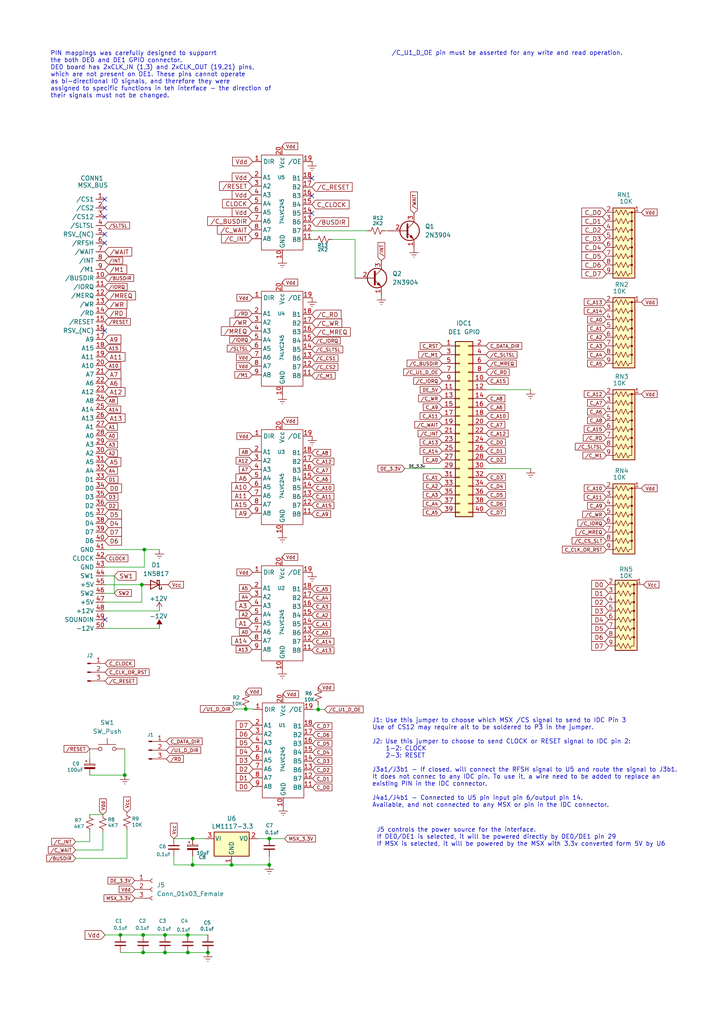
<source format=kicad_sch>
(kicad_sch (version 20230121) (generator eeschema)
  (paper "A4" portrait)
  (title_block (title "MSX FPGA Hat") (date "2023-12-11") (rev "1.6") (company "RCC6") (comment 1 "to 3.3v systems with voltage conversion") (comment 2 "Cartridge for MSX Computers that expose the MSX BUS") (comment 3 "IDC connector pinout mapped for Altera DE1 FPGA Development Board") (comment 4 "Designed for MSX and Terasic DE0 & DE1"))
  (lib_symbols
    (symbol "74LVC245A_1"
      (property "Reference" "U" (at 0 0 0))
      (property "Value" "74LVC245A_1" (at 0 0 0))
      (symbol "74LVC245A_1_1_1"
        (pin input line (at -67.183 87.63 0) (length 2.54) (name "DIR") (number "1"))
        (pin power_in line (at -58.547 59.436 90) (length 2.54) (name "GND") (number "10"))
        (pin bidirectional line (at -50.038 65.024 180) (length 2.54) (name "B8") (number "11"))
        (pin bidirectional line (at -50.038 67.564 180) (length 2.54) (name "B7") (number "12"))
        (pin bidirectional line (at -50.038 70.104 180) (length 2.54) (name "B6") (number "13"))
        (pin bidirectional line (at -50.038 72.644 180) (length 2.54) (name "B5") (number "14"))
        (pin bidirectional line (at -50.038 75.184 180) (length 2.54) (name "B4") (number "15"))
        (pin bidirectional line (at -50.038 77.724 180) (length 2.54) (name "B3") (number "16"))
        (pin bidirectional line (at -50.038 80.264 180) (length 2.54) (name "B2") (number "17"))
        (pin bidirectional line (at -50.038 82.804 180) (length 2.54) (name "B1") (number "18"))
        (pin input line (at -49.911 87.63 180) (length 2.54) (name "/OE") (number "19"))
        (pin bidirectional line (at -67.31 83.058 0) (length 2.54) (name "A1") (number "2"))
        (pin power_in line (at -58.674 92.075 270) (length 2.54) (name "Vcc") (number "20"))
        (pin bidirectional line (at -67.31 80.518 0) (length 2.54) (name "A2") (number "3"))
        (pin bidirectional line (at -67.31 77.978 0) (length 2.54) (name "A3") (number "4"))
        (pin bidirectional line (at -67.31 75.438 0) (length 2.54) (name "A4") (number "5"))
        (pin bidirectional line (at -67.31 72.898 0) (length 2.54) (name "A5") (number "6"))
        (pin bidirectional line (at -67.31 70.358 0) (length 2.54) (name "A6") (number "7"))
        (pin bidirectional line (at -67.31 67.818 0) (length 2.54) (name "A7") (number "8"))
        (pin bidirectional line (at -67.31 65.278 0) (length 2.54) (name "A8") (number "9"))
      )
    )
    (symbol "74LVC245A_2"
      (property "Reference" "U" (at 0 0 0))
      (property "Value" "74LVC245A_2" (at 0 0 0))
      (symbol "74LVC245A_2_1_1"
        (pin input line (at -67.183 87.63 0) (length 2.54) (name "DIR") (number "1"))
        (pin power_in line (at -58.547 59.436 90) (length 2.54) (name "GND") (number "10"))
        (pin bidirectional line (at -50.038 65.024 180) (length 2.54) (name "B8") (number "11"))
        (pin bidirectional line (at -50.038 67.564 180) (length 2.54) (name "B7") (number "12"))
        (pin bidirectional line (at -50.038 70.104 180) (length 2.54) (name "B6") (number "13"))
        (pin bidirectional line (at -50.038 72.644 180) (length 2.54) (name "B5") (number "14"))
        (pin bidirectional line (at -50.038 75.184 180) (length 2.54) (name "B4") (number "15"))
        (pin bidirectional line (at -50.038 77.724 180) (length 2.54) (name "B3") (number "16"))
        (pin bidirectional line (at -50.038 80.264 180) (length 2.54) (name "B2") (number "17"))
        (pin bidirectional line (at -50.038 82.804 180) (length 2.54) (name "B1") (number "18"))
        (pin input line (at -49.911 87.63 180) (length 2.54) (name "/OE") (number "19"))
        (pin bidirectional line (at -67.31 83.058 0) (length 2.54) (name "A1") (number "2"))
        (pin power_in line (at -58.674 92.075 270) (length 2.54) (name "Vcc") (number "20"))
        (pin bidirectional line (at -67.31 80.518 0) (length 2.54) (name "A2") (number "3"))
        (pin bidirectional line (at -67.31 77.978 0) (length 2.54) (name "A3") (number "4"))
        (pin bidirectional line (at -67.31 75.438 0) (length 2.54) (name "A4") (number "5"))
        (pin bidirectional line (at -67.31 72.898 0) (length 2.54) (name "A5") (number "6"))
        (pin bidirectional line (at -67.31 70.358 0) (length 2.54) (name "A6") (number "7"))
        (pin bidirectional line (at -67.31 67.818 0) (length 2.54) (name "A7") (number "8"))
        (pin bidirectional line (at -67.31 65.278 0) (length 2.54) (name "A8") (number "9"))
      )
    )
    (symbol "74LVC245A_3"
      (property "Reference" "U" (at 0 0 0))
      (property "Value" "74LVC245A_3" (at 0 0 0))
      (symbol "74LVC245A_3_1_1"
        (pin input line (at -67.183 87.63 0) (length 2.54) (name "DIR") (number "1"))
        (pin power_in line (at -58.547 59.436 90) (length 2.54) (name "GND") (number "10"))
        (pin bidirectional line (at -50.038 65.024 180) (length 2.54) (name "B8") (number "11"))
        (pin bidirectional line (at -50.038 67.564 180) (length 2.54) (name "B7") (number "12"))
        (pin bidirectional line (at -50.038 70.104 180) (length 2.54) (name "B6") (number "13"))
        (pin bidirectional line (at -50.038 72.644 180) (length 2.54) (name "B5") (number "14"))
        (pin bidirectional line (at -50.038 75.184 180) (length 2.54) (name "B4") (number "15"))
        (pin bidirectional line (at -50.038 77.724 180) (length 2.54) (name "B3") (number "16"))
        (pin bidirectional line (at -50.038 80.264 180) (length 2.54) (name "B2") (number "17"))
        (pin bidirectional line (at -50.038 82.804 180) (length 2.54) (name "B1") (number "18"))
        (pin input line (at -49.911 87.63 180) (length 2.54) (name "/OE") (number "19"))
        (pin bidirectional line (at -67.31 83.058 0) (length 2.54) (name "A1") (number "2"))
        (pin power_in line (at -58.674 92.075 270) (length 2.54) (name "Vcc") (number "20"))
        (pin bidirectional line (at -67.31 80.518 0) (length 2.54) (name "A2") (number "3"))
        (pin bidirectional line (at -67.31 77.978 0) (length 2.54) (name "A3") (number "4"))
        (pin bidirectional line (at -67.31 75.438 0) (length 2.54) (name "A4") (number "5"))
        (pin bidirectional line (at -67.31 72.898 0) (length 2.54) (name "A5") (number "6"))
        (pin bidirectional line (at -67.31 70.358 0) (length 2.54) (name "A6") (number "7"))
        (pin bidirectional line (at -67.31 67.818 0) (length 2.54) (name "A7") (number "8"))
        (pin bidirectional line (at -67.31 65.278 0) (length 2.54) (name "A8") (number "9"))
      )
    )
    (symbol "74LVC245A_4"
      (property "Reference" "U" (at 0 0 0))
      (property "Value" "74LVC245A_4" (at 0 0 0))
      (symbol "74LVC245A_4_1_1"
        (pin input line (at -67.183 87.63 0) (length 2.54) (name "DIR") (number "1"))
        (pin power_in line (at -58.547 59.436 90) (length 2.54) (name "GND") (number "10"))
        (pin bidirectional line (at -50.038 65.024 180) (length 2.54) (name "B8") (number "11"))
        (pin bidirectional line (at -50.038 67.564 180) (length 2.54) (name "B7") (number "12"))
        (pin bidirectional line (at -50.038 70.104 180) (length 2.54) (name "B6") (number "13"))
        (pin bidirectional line (at -50.038 72.644 180) (length 2.54) (name "B5") (number "14"))
        (pin bidirectional line (at -50.038 75.184 180) (length 2.54) (name "B4") (number "15"))
        (pin bidirectional line (at -50.038 77.724 180) (length 2.54) (name "B3") (number "16"))
        (pin bidirectional line (at -50.038 80.264 180) (length 2.54) (name "B2") (number "17"))
        (pin bidirectional line (at -50.038 82.804 180) (length 2.54) (name "B1") (number "18"))
        (pin input line (at -49.911 87.63 180) (length 2.54) (name "/OE") (number "19"))
        (pin bidirectional line (at -67.31 83.058 0) (length 2.54) (name "A1") (number "2"))
        (pin power_in line (at -58.674 92.075 270) (length 2.54) (name "Vcc") (number "20"))
        (pin bidirectional line (at -67.31 80.518 0) (length 2.54) (name "A2") (number "3"))
        (pin bidirectional line (at -67.31 77.978 0) (length 2.54) (name "A3") (number "4"))
        (pin bidirectional line (at -67.31 75.438 0) (length 2.54) (name "A4") (number "5"))
        (pin bidirectional line (at -67.31 72.898 0) (length 2.54) (name "A5") (number "6"))
        (pin bidirectional line (at -67.31 70.358 0) (length 2.54) (name "A6") (number "7"))
        (pin bidirectional line (at -67.31 67.818 0) (length 2.54) (name "A7") (number "8"))
        (pin bidirectional line (at -67.31 65.278 0) (length 2.54) (name "A8") (number "9"))
      )
    )
    (symbol "Connector:Conn_01x03_Female" (pin_names (offset 1.016) hide)
      (property "Reference" "J" (at 0 5.08 0))
      (property "Value" "Conn_01x03_Female" (at 0 -5.08 0))
      (symbol "Conn_01x03_Female_1_1"
        (pin passive line (at -5.08 2.54 0) (length 3.81) (name "Pin_1") (number "1"))
        (pin passive line (at -5.08 0 0) (length 3.81) (name "Pin_2") (number "2"))
        (pin passive line (at -5.08 -2.54 0) (length 3.81) (name "Pin_3") (number "3"))
      )
    )
    (symbol "Connector:Conn_01x03_Male" (pin_names (offset 1.016) hide)
      (property "Reference" "J" (at 0 5.08 0))
      (property "Value" "Conn_01x03_Male" (at 0 -5.08 0))
      (symbol "Conn_01x03_Male_1_1"
        (pin passive line (at 5.08 2.54 180) (length 3.81) (name "Pin_1") (number "1"))
        (pin passive line (at 5.08 0 180) (length 3.81) (name "Pin_2") (number "2"))
        (pin passive line (at 5.08 -2.54 180) (length 3.81) (name "Pin_3") (number "3"))
      )
    )
    (symbol "Connector:Conn_01x03_Pin" (pin_names (offset 1.016) hide)
      (property "Reference" "J" (at 0 5.08 0))
      (property "Value" "Conn_01x03_Pin" (at 0 -5.08 0))
      (symbol "Conn_01x03_Pin_1_1"
        (pin passive line (at 5.08 2.54 180) (length 3.81) (name "Pin_1") (number "1"))
        (pin passive line (at 5.08 0 180) (length 3.81) (name "Pin_2") (number "2"))
        (pin passive line (at 5.08 -2.54 180) (length 3.81) (name "Pin_3") (number "3"))
      )
    )
    (symbol "Connector_Generic:Conn_02x20_Odd_Even" (pin_names (offset 1.016) hide)
      (property "Reference" "J" (at 1.27 25.4 0))
      (property "Value" "Conn_02x20_Odd_Even" (at 1.27 -27.94 0))
      (symbol "Conn_02x20_Odd_Even_1_1"
        (pin passive line (at -5.08 22.86 0) (length 3.81) (name "Pin_1") (number "1"))
        (pin passive line (at 7.62 12.7 180) (length 3.81) (name "Pin_10") (number "10"))
        (pin passive line (at -5.08 10.16 0) (length 3.81) (name "Pin_11") (number "11"))
        (pin passive line (at 7.62 10.16 180) (length 3.81) (name "Pin_12") (number "12"))
        (pin passive line (at -5.08 7.62 0) (length 3.81) (name "Pin_13") (number "13"))
        (pin passive line (at 7.62 7.62 180) (length 3.81) (name "Pin_14") (number "14"))
        (pin passive line (at -5.08 5.08 0) (length 3.81) (name "Pin_15") (number "15"))
        (pin passive line (at 7.62 5.08 180) (length 3.81) (name "Pin_16") (number "16"))
        (pin passive line (at -5.08 2.54 0) (length 3.81) (name "Pin_17") (number "17"))
        (pin passive line (at 7.62 2.54 180) (length 3.81) (name "Pin_18") (number "18"))
        (pin passive line (at -5.08 0 0) (length 3.81) (name "Pin_19") (number "19"))
        (pin passive line (at 7.62 22.86 180) (length 3.81) (name "Pin_2") (number "2"))
        (pin passive line (at 7.62 0 180) (length 3.81) (name "Pin_20") (number "20"))
        (pin passive line (at -5.08 -2.54 0) (length 3.81) (name "Pin_21") (number "21"))
        (pin passive line (at 7.62 -2.54 180) (length 3.81) (name "Pin_22") (number "22"))
        (pin passive line (at -5.08 -5.08 0) (length 3.81) (name "Pin_23") (number "23"))
        (pin passive line (at 7.62 -5.08 180) (length 3.81) (name "Pin_24") (number "24"))
        (pin passive line (at -5.08 -7.62 0) (length 3.81) (name "Pin_25") (number "25"))
        (pin passive line (at 7.62 -7.62 180) (length 3.81) (name "Pin_26") (number "26"))
        (pin passive line (at -5.08 -10.16 0) (length 3.81) (name "Pin_27") (number "27"))
        (pin passive line (at 7.62 -10.16 180) (length 3.81) (name "Pin_28") (number "28"))
        (pin passive line (at -5.08 -12.7 0) (length 3.81) (name "Pin_29") (number "29"))
        (pin passive line (at -5.08 20.32 0) (length 3.81) (name "Pin_3") (number "3"))
        (pin passive line (at 7.62 -12.7 180) (length 3.81) (name "Pin_30") (number "30"))
        (pin passive line (at -5.08 -15.24 0) (length 3.81) (name "Pin_31") (number "31"))
        (pin passive line (at 7.62 -15.24 180) (length 3.81) (name "Pin_32") (number "32"))
        (pin passive line (at -5.08 -17.78 0) (length 3.81) (name "Pin_33") (number "33"))
        (pin passive line (at 7.62 -17.78 180) (length 3.81) (name "Pin_34") (number "34"))
        (pin passive line (at -5.08 -20.32 0) (length 3.81) (name "Pin_35") (number "35"))
        (pin passive line (at 7.62 -20.32 180) (length 3.81) (name "Pin_36") (number "36"))
        (pin passive line (at -5.08 -22.86 0) (length 3.81) (name "Pin_37") (number "37"))
        (pin passive line (at 7.62 -22.86 180) (length 3.81) (name "Pin_38") (number "38"))
        (pin passive line (at -5.08 -25.4 0) (length 3.81) (name "Pin_39") (number "39"))
        (pin passive line (at 7.62 20.32 180) (length 3.81) (name "Pin_4") (number "4"))
        (pin passive line (at 7.62 -25.4 180) (length 3.81) (name "Pin_40") (number "40"))
        (pin passive line (at -5.08 17.78 0) (length 3.81) (name "Pin_5") (number "5"))
        (pin passive line (at 7.62 17.78 180) (length 3.81) (name "Pin_6") (number "6"))
        (pin passive line (at -5.08 15.24 0) (length 3.81) (name "Pin_7") (number "7"))
        (pin passive line (at 7.62 15.24 180) (length 3.81) (name "Pin_8") (number "8"))
        (pin passive line (at -5.08 12.7 0) (length 3.81) (name "Pin_9") (number "9"))
      )
    )
    (symbol "Device:C_Polarized_Small" (pin_numbers hide) (pin_names (offset 0.254) hide)
      (property "Reference" "C" (at 0.254 1.778 0))
      (property "Value" "C_Polarized_Small" (at 0.254 -2.032 0))
      (symbol "C_Polarized_Small_1_1"
        (pin passive line (at 0 2.54 270) (length 1.8542) (name "~") (number "1"))
        (pin passive line (at 0 -2.54 90) (length 1.8542) (name "~") (number "2"))
      )
    )
    (symbol "Device:C_Small" (pin_numbers hide) (pin_names (offset 0.254) hide)
      (property "Reference" "C" (at 0.254 1.778 0))
      (property "Value" "C_Small" (at 0.254 -2.032 0))
      (symbol "C_Small_1_1"
        (pin passive line (at 0 2.54 270) (length 2.032) (name "~") (number "1"))
        (pin passive line (at 0 -2.54 90) (length 2.032) (name "~") (number "2"))
      )
    )
    (symbol "Device:R_Network08_US" (pin_names (offset 0) hide)
      (property "Reference" "RN" (at -12.7 0 90))
      (property "Value" "R_Network08_US" (at 10.16 0 90))
      (symbol "R_Network08_US_1_1"
        (pin passive line (at -10.16 5.08 270) (length 2.54) (name "common") (number "1"))
        (pin passive line (at -10.16 -5.08 90) (length 1.27) (name "R1") (number "2"))
        (pin passive line (at -7.62 -5.08 90) (length 1.27) (name "R2") (number "3"))
        (pin passive line (at -5.08 -5.08 90) (length 1.27) (name "R3") (number "4"))
        (pin passive line (at -2.54 -5.08 90) (length 1.27) (name "R4") (number "5"))
        (pin passive line (at 0 -5.08 90) (length 1.27) (name "R5") (number "6"))
        (pin passive line (at 2.54 -5.08 90) (length 1.27) (name "R6") (number "7"))
        (pin passive line (at 5.08 -5.08 90) (length 1.27) (name "R7") (number "8"))
        (pin passive line (at 7.62 -5.08 90) (length 1.27) (name "R8") (number "9"))
      )
    )
    (symbol "Device:R_Small_US" (pin_numbers hide) (pin_names (offset 0.254) hide)
      (property "Reference" "R" (at 0.762 0.508 0))
      (property "Value" "R_Small_US" (at 0.762 -1.016 0))
      (symbol "R_Small_US_1_1"
        (pin passive line (at 0 2.54 270) (length 1.016) (name "~") (number "1"))
        (pin passive line (at 0 -2.54 90) (length 1.016) (name "~") (number "2"))
      )
    )
    (symbol "Diode:1N5817" (pin_numbers hide) (pin_names (offset 1.016) hide)
      (property "Reference" "D" (at 0 2.54 0))
      (property "Value" "1N5817" (at 0 -2.54 0))
      (symbol "1N5817_1_1"
        (pin passive line (at -3.81 0 0) (length 2.54) (name "K") (number "1"))
        (pin passive line (at 3.81 0 180) (length 2.54) (name "A") (number "2"))
      )
    )
    (symbol "Regulator_Linear:LM1117-3.3" (pin_names (offset 0.254))
      (property "Reference" "U" (at -3.81 3.175 0))
      (property "Value" "LM1117-3.3" (at 0 3.175 0))
      (symbol "LM1117-3.3_1_1"
        (pin power_in line (at 0 -7.62 90) (length 2.54) (name "GND") (number "1"))
        (pin power_out line (at 7.62 0 180) (length 2.54) (name "VO") (number "2"))
        (pin power_in line (at -7.62 0 0) (length 2.54) (name "VI") (number "3"))
      )
    )
    (symbol "Roni:74LVC245A"
      (property "Reference" "U" (at 0 0 0))
      (property "Value" "74LVC245A" (at 0 0 0))
      (symbol "74LVC245A_1_1"
        (pin input line (at -67.183 87.63 0) (length 2.54) (name "DIR") (number "1"))
        (pin power_in line (at -58.547 59.436 90) (length 2.54) (name "GND") (number "10"))
        (pin bidirectional line (at -50.038 65.024 180) (length 2.54) (name "B8") (number "11"))
        (pin bidirectional line (at -50.038 67.564 180) (length 2.54) (name "B7") (number "12"))
        (pin bidirectional line (at -50.038 70.104 180) (length 2.54) (name "B6") (number "13"))
        (pin bidirectional line (at -50.038 72.644 180) (length 2.54) (name "B5") (number "14"))
        (pin bidirectional line (at -50.038 75.184 180) (length 2.54) (name "B4") (number "15"))
        (pin bidirectional line (at -50.038 77.724 180) (length 2.54) (name "B3") (number "16"))
        (pin bidirectional line (at -50.038 80.264 180) (length 2.54) (name "B2") (number "17"))
        (pin bidirectional line (at -50.038 82.804 180) (length 2.54) (name "B1") (number "18"))
        (pin input line (at -49.911 87.63 180) (length 2.54) (name "/OE") (number "19"))
        (pin bidirectional line (at -67.31 83.058 0) (length 2.54) (name "A1") (number "2"))
        (pin power_in line (at -58.674 92.075 270) (length 2.54) (name "Vcc") (number "20"))
        (pin bidirectional line (at -67.31 80.518 0) (length 2.54) (name "A2") (number "3"))
        (pin bidirectional line (at -67.31 77.978 0) (length 2.54) (name "A3") (number "4"))
        (pin bidirectional line (at -67.31 75.438 0) (length 2.54) (name "A4") (number "5"))
        (pin bidirectional line (at -67.31 72.898 0) (length 2.54) (name "A5") (number "6"))
        (pin bidirectional line (at -67.31 70.358 0) (length 2.54) (name "A6") (number "7"))
        (pin bidirectional line (at -67.31 67.818 0) (length 2.54) (name "A7") (number "8"))
        (pin bidirectional line (at -67.31 65.278 0) (length 2.54) (name "A8") (number "9"))
      )
    )
    (symbol "Roni:MSX_BUS"
      (property "Reference" "U" (at 0 0 0))
      (property "Value" "MSX_BUS" (at 0 0 0))
      (symbol "MSX_BUS_1_1"
        (pin output line (at -67.945 88.392 180) (length 2.54) (name "/CS1") (number "1"))
        (pin output line (at -67.945 65.532 180) (length 2.54) (name "/BUSDIR") (number "10"))
        (pin output line (at -67.945 62.992 180) (length 2.54) (name "/IORQ") (number "11"))
        (pin output line (at -67.945 60.452 180) (length 2.54) (name "/MERQ") (number "12"))
        (pin output line (at -67.945 57.912 180) (length 2.54) (name "/WR") (number "13"))
        (pin output line (at -67.945 55.372 180) (length 2.54) (name "/RD") (number "14"))
        (pin input line (at -67.945 52.832 180) (length 2.54) (name "/RESET") (number "15"))
        (pin output line (at -67.945 50.292 180) (length 2.54) (name "RSV_(NC)") (number "16"))
        (pin output line (at -67.945 47.752 180) (length 2.54) (name "A9") (number "17"))
        (pin output line (at -67.945 45.212 180) (length 2.54) (name "A15") (number "18"))
        (pin output line (at -67.945 42.672 180) (length 2.54) (name "A11") (number "19"))
        (pin output line (at -67.945 85.852 180) (length 2.54) (name "/CS2") (number "2"))
        (pin output line (at -67.945 40.132 180) (length 2.54) (name "A10") (number "20"))
        (pin output line (at -67.945 37.592 180) (length 2.54) (name "A7") (number "21"))
        (pin output line (at -67.945 35.052 180) (length 2.54) (name "A6") (number "22"))
        (pin output line (at -67.945 32.512 180) (length 2.54) (name "A12") (number "23"))
        (pin output line (at -67.945 29.972 180) (length 2.54) (name "A8") (number "24"))
        (pin output line (at -67.945 27.432 180) (length 2.54) (name "A14") (number "25"))
        (pin output line (at -67.945 24.892 180) (length 2.54) (name "A13") (number "26"))
        (pin output line (at -67.945 22.352 180) (length 2.54) (name "A1") (number "27"))
        (pin output line (at -67.945 19.812 180) (length 2.54) (name "A0") (number "28"))
        (pin output line (at -67.945 17.272 180) (length 2.54) (name "A3") (number "29"))
        (pin output line (at -67.945 83.312 180) (length 2.54) (name "/CS12") (number "3"))
        (pin output line (at -67.945 14.732 180) (length 2.54) (name "A2") (number "30"))
        (pin output line (at -67.945 12.192 180) (length 2.54) (name "A5") (number "31"))
        (pin output line (at -67.945 9.652 180) (length 2.54) (name "A4") (number "32"))
        (pin output line (at -67.945 7.112 180) (length 2.54) (name "D1") (number "33"))
        (pin output line (at -67.945 4.572 180) (length 2.54) (name "D0") (number "34"))
        (pin output line (at -67.945 2.032 180) (length 2.54) (name "D3") (number "35"))
        (pin output line (at -67.945 -0.508 180) (length 2.54) (name "D2") (number "36"))
        (pin output line (at -67.945 -3.048 180) (length 2.54) (name "D5") (number "37"))
        (pin output line (at -67.945 -5.588 180) (length 2.54) (name "D4") (number "38"))
        (pin output line (at -67.945 -8.128 180) (length 2.54) (name "D7") (number "39"))
        (pin output line (at -67.945 80.772 180) (length 2.54) (name "/SLTSL") (number "4"))
        (pin output line (at -67.945 -10.668 180) (length 2.54) (name "D6") (number "40"))
        (pin output line (at -67.945 -13.208 180) (length 2.54) (name "GND") (number "41"))
        (pin output line (at -67.945 -15.748 180) (length 2.54) (name "CLOCK") (number "42"))
        (pin output line (at -67.945 -18.288 180) (length 2.54) (name "GND") (number "43"))
        (pin output line (at -67.945 -20.828 180) (length 2.54) (name "SW1") (number "44"))
        (pin output line (at -67.945 -23.368 180) (length 2.54) (name "+5V") (number "45"))
        (pin output line (at -67.945 -25.908 180) (length 2.54) (name "SW2") (number "46"))
        (pin output line (at -67.945 -28.448 180) (length 2.54) (name "+5V") (number "47"))
        (pin output line (at -67.945 -30.988 180) (length 2.54) (name "+12V") (number "48"))
        (pin output line (at -67.945 -33.528 180) (length 2.54) (name "SOUNDIN") (number "49"))
        (pin output line (at -67.945 78.232 180) (length 2.54) (name "RSV_(NC)") (number "5"))
        (pin output line (at -67.945 -36.068 180) (length 2.54) (name "-12V") (number "50"))
        (pin output line (at -67.945 75.692 180) (length 2.54) (name "/RFSH") (number "6"))
        (pin output line (at -67.945 73.152 180) (length 2.54) (name "/WAIT") (number "7"))
        (pin output line (at -67.945 70.612 180) (length 2.54) (name "/INT") (number "8"))
        (pin output line (at -67.945 68.072 180) (length 2.54) (name "/M1") (number "9"))
      )
    )
    (symbol "Switch:SW_Push" (pin_numbers hide) (pin_names (offset 1.016) hide)
      (property "Reference" "SW" (at 1.27 2.54 0))
      (property "Value" "SW_Push" (at 0 -1.524 0))
      (symbol "SW_Push_0_1"
        (pin passive line (at -5.08 0 0) (length 2.54) (name "1") (number "1"))
        (pin passive line (at 5.08 0 180) (length 2.54) (name "2") (number "2"))
      )
    )
    (symbol "Transistor_BJT:2N3904" (pin_names (offset 0) hide)
      (property "Reference" "Q" (at 5.08 1.905 0))
      (property "Value" "2N3904" (at 5.08 0 0))
      (symbol "2N3904_1_1"
        (pin passive line (at 2.54 -5.08 90) (length 2.54) (name "E") (number "1"))
        (pin passive line (at -5.08 0 0) (length 5.715) (name "B") (number "2"))
        (pin passive line (at 2.54 5.08 270) (length 2.54) (name "C") (number "3"))
      )
    )
    (symbol "power:+12V" (power) (pin_names (offset 0))
      (property "Value" "+12V" (at 0 3.556 0))
      (symbol "+12V_1_1"
        (pin power_in line (at 0 0 90) (length 0) hide (name "+12V") (number "1"))
      )
    )
    (symbol "power:-12V" (power) (pin_names (offset 0))
      (property "Value" "-12V" (at 0 3.81 0))
      (symbol "-12V_0_0"
        (pin power_in line (at 0 0 90) (length 0) hide (name "-12V") (number "1"))
      )
    )
    (symbol "power:GNDREF" (power) (pin_names (offset 0))
      (property "Value" "GNDREF" (at 0 -3.81 0))
      (symbol "GNDREF_1_1"
        (pin power_in line (at 0 0 270) (length 0) hide (name "GNDREF") (number "1"))
      )
    )
  )
  (junction (at 67.183 250.825))
  (junction (at 54.4726 271.145))
  (junction (at 41.1361 169.5681))
  (junction (at 47.8686 271.145))
  (junction (at 34.9146 271.145))
  (junction (at 41.5186 271.145))
  (junction (at 47.8686 276.225))
  (junction (at 60.3146 276.225))
  (junction (at 55.88 250.825))
  (junction (at 78.105 250.825))
  (junction (at 41.5186 276.225))
  (junction (at 36.195 224.79))
  (junction (at 78.105 243.205))
  (junction (at 71.2797 205.613))
  (junction (at 55.88 243.205))
  (junction (at 92.3027 205.74))
  (junction (at 41.8757 159.385))
  (junction (at 54.4726 276.225))
  (no_connect (at 30.353 60.325))
  (no_connect (at 30.353 57.785))
  (no_connect (at 90.424 51.689))
  (no_connect (at 30.353 67.945))
  (no_connect (at 30.48 179.705))
  (no_connect (at 90.424 61.849))
  (no_connect (at 30.353 95.885))
  (no_connect (at 30.353 62.865))
  (no_connect (at 30.353 70.485))
  (no_connect (at 90.424 56.769))
  (wire (pts (xy 90.424 69.469) (xy 91.1657 69.469)))
  (wire (pts (xy 21.971 248.92) (xy 36.83 248.92)))
  (wire (pts (xy 78.105 250.825) (xy 78.105 248.285)))
  (wire (pts (xy 36.83 248.92) (xy 36.83 240.665)))
  (wire (pts (xy 50.419 250.825) (xy 55.88 250.825)))
  (wire (pts (xy 91.1965 66.929) (xy 91.1965 66.9198)))
  (wire (pts (xy 90.424 66.929) (xy 91.1965 66.929)))
  (wire (pts (xy 54.4726 271.145) (xy 60.3146 271.145)))
  (wire (pts (xy 55.88 243.205) (xy 59.563 243.205)))
  (wire (pts (xy 41.8757 164.465) (xy 41.8757 159.385)))
  (wire (pts (xy 41.8757 159.385) (xy 46.228 159.385)))
  (wire (pts (xy 30.353 169.5681) (xy 30.353 169.545)))
  (wire (pts (xy 26.035 236.22) (xy 29.845 236.22)))
  (wire (pts (xy 41.1361 169.5681) (xy 41.1361 174.625)))
  (wire (pts (xy 73.533 205.613) (xy 73.533 205.74)))
  (wire (pts (xy 47.8686 271.145) (xy 54.4726 271.145)))
  (wire (pts (xy 54.4726 276.225) (xy 60.3146 276.225)))
  (wire (pts (xy 41.5186 271.145) (xy 47.8686 271.145)))
  (wire (pts (xy 106.6198 66.9213) (xy 106.045 66.9213)))
  (wire (pts (xy 34.9146 271.145) (xy 41.5186 271.145)))
  (wire (pts (xy 71.2797 205.613) (xy 73.533 205.613)))
  (wire (pts (xy 30.353 182.245) (xy 46.228 182.245)))
  (wire (pts (xy 41.1361 169.5681) (xy 30.353 169.5681)))
  (wire (pts (xy 92.3027 204.4007) (xy 92.2788 204.4007)))
  (wire (pts (xy 103.0034 69.4555) (xy 103.0034 80.645)))
  (wire (pts (xy 117.4317 135.89) (xy 128.27 135.89)))
  (wire (pts (xy 68.072 205.613) (xy 71.2797 205.613)))
  (wire (pts (xy 91.1657 69.469) (xy 91.1657 69.4555)))
  (wire (pts (xy 29.845 241.3) (xy 29.845 246.507)))
  (wire (pts (xy 140.97 135.89) (xy 153.9516 135.89)))
  (wire (pts (xy 26.035 224.79) (xy 36.195 224.79)))
  (wire (pts (xy 36.195 224.79) (xy 36.195 217.17)))
  (wire (pts (xy 74.803 243.205) (xy 78.105 243.205)))
  (wire (pts (xy 30.353 177.165) (xy 46.228 177.165)))
  (wire (pts (xy 33.1542 172.085) (xy 30.353 172.085)))
  (wire (pts (xy 30.353 167.005) (xy 33.1542 167.005)))
  (wire (pts (xy 92.3027 205.74) (xy 94.1564 205.74)))
  (wire (pts (xy 92.3027 205.74) (xy 92.3027 204.4007)))
  (wire (pts (xy 21.971 244.094) (xy 26.035 244.094)))
  (wire (pts (xy 67.183 250.825) (xy 78.105 250.825)))
  (wire (pts (xy 55.88 250.825) (xy 67.183 250.825)))
  (wire (pts (xy 111.6998 66.9241) (xy 111.6998 66.9213)))
  (wire (pts (xy 112.4682 66.9241) (xy 111.6998 66.9241)))
  (wire (pts (xy 26.035 241.3) (xy 26.035 244.094)))
  (wire (pts (xy 41.5186 276.225) (xy 47.8686 276.225)))
  (wire (pts (xy 30.353 164.465) (xy 41.8757 164.465)))
  (wire (pts (xy 106.045 66.9213) (xy 106.045 66.9198)))
  (wire (pts (xy 91.1965 66.9198) (xy 106.045 66.9198)))
  (wire (pts (xy 30.353 159.385) (xy 41.8757 159.385)))
  (wire (pts (xy 21.971 246.507) (xy 29.845 246.507)))
  (wire (pts (xy 30.48 271.145) (xy 34.9146 271.145)))
  (wire (pts (xy 33.1542 167.005) (xy 33.1542 172.085)))
  (wire (pts (xy 73.279 46.8527) (xy 73.279 46.863)))
  (wire (pts (xy 96.2457 69.4555) (xy 103.0034 69.4555)))
  (wire (pts (xy 50.419 243.205) (xy 55.88 243.205)))
  (wire (pts (xy 140.97 113.03) (xy 153.924 113.03)))
  (wire (pts (xy 34.9146 276.225) (xy 41.5186 276.225)))
  (wire (pts (xy 41.1361 174.625) (xy 30.353 174.625)))
  (wire (pts (xy 50.419 248.285) (xy 50.419 250.825)))
  (wire (pts (xy 90.805 205.74) (xy 92.3027 205.74)))
  (wire (pts (xy 47.8686 276.225) (xy 54.4726 276.225)))
  (wire (pts (xy 78.105 243.205) (xy 82.55 243.205)))
  (wire (pts (xy 26.035 217.17) (xy 26.035 219.71)))
  (wire (pts (xy 55.88 248.285) (xy 55.88 250.825)))
  (text "PIN mappings was carefully designed to supporrt\nthe both DE0 and DE1 GPIO connector. \nDE0 board has 2xCLK_IN (1,3) and 2xCLK_OUT (19,21) pins,\nwhich are not present on DE1. These pins cannot operate\nas bi-directional IO signals, and therefore they were \nassigned to specific functions in teh interface - the direction of \ntheir signals must not be changed.\n" (at 14.605 28.575 0) (effects (font (size 1.27 1.27)) (justify left bottom)))
  (text "/C_U1_D_OE pin must be asserted for any write and read operation.\n" (at 113.538 16.256 0) (effects (font (size 1.27 1.27)) (justify left bottom)))
  (text "J1: Use this jumper to choose which MSX /CS signal to send to IDC Pin 3\nUse of CS12 may require ait to be soldered to P3 in the jumper.\n\nJ2: Use this jumper to choose to send CLOCK or RESET signal to IDC pin 2:\n    1-2: CLOCK\n    2-3: RESET\n\nJ3a1/J3b1 - If closed, will connect the RFSH signal to U5 and route the signal to J3b1.\nIt does not connec to any IDC pin. To use it, a wire need to be added to replace an \nexisting PIN in the IDC connector.\n\nJ4a1/J4b1 - Connected to U5 pin input pin 6/output pin 14. \nAvailable, and not connected to any MSX or pin in the IDC connector. " (at 107.95 234.315 0) (effects (font (size 1.27 1.27)) (justify left bottom)))
  (text "J5 controls the power source for the interface.\nIf DE0/DE1 is selected, it will be powered directly by DE0/DE1 pin 29\nIf MSX is selected, it will be powered by the MSX with 3.3v converted form 5V by U6\n\n" (at 109.22 247.65 0) (effects (font (size 1.27 1.27)) (justify left bottom)))
  (label "DE_3.3v" (at 118.5154 135.89 0) (effects (font (size 0.8 0.8))))
  (global_label "C_D7" (shape input) (at 175.895 79.375 180) (property "Intersheetrefs" "${INTERSHEET_REFS}" (effects hide)))
  (global_label "Vdd" (shape input) (at 81.788 161.544 0) (effects (font (size 1 1))) (property "Intersheetrefs" "${INTERSHEET_REFS}" (effects hide)))
  (global_label "C_D5" (shape input) (at 140.97 143.51 0) (effects (font (size 1 1))) (property "Intersheetrefs" "${INTERSHEET_REFS}" (effects hide)))
  (global_label "{slash}C_SLTSL" (shape input) (at 140.97 102.87 0) (effects (font (size 1 1))) (property "Intersheetrefs" "${INTERSHEET_REFS}" (effects hide)))
  (global_label "C_DATA_DIR" (shape input) (at 48.26 215.011 0) (effects (font (size 1 1))) (property "Intersheetrefs" "${INTERSHEET_REFS}" (effects hide)))
  (global_label "D4" (shape input) (at 30.353 151.765 0) (property "Intersheetrefs" "${INTERSHEET_REFS}" (effects hide)))
  (global_label "C_DATA_DIR" (shape input) (at 140.97 100.33 0) (effects (font (size 1 1))) (property "Intersheetrefs" "${INTERSHEET_REFS}" (effects hide)))
  (global_label "A9" (shape input) (at 73.152 148.844 180) (property "Intersheetrefs" "${INTERSHEET_REFS}" (effects hide)))
  (global_label "{slash}MREQ" (shape input) (at 73.152 96.012 180) (property "Intersheetrefs" "${INTERSHEET_REFS}" (effects hide)))
  (global_label "{slash}C_WAIT" (shape input) (at 73.152 66.675 180) (property "Intersheetrefs" "${INTERSHEET_REFS}" (effects hide)))
  (global_label "{slash}C_RD" (shape input) (at 90.424 91.186 0) (property "Intersheetrefs" "${INTERSHEET_REFS}" (effects hide)))
  (global_label "MSX_3.3V" (shape input) (at 39.116 260.477 180) (effects (font (size 1 1))) (property "Intersheetrefs" "${INTERSHEET_REFS}" (effects hide)))
  (global_label "Vdd" (shape input) (at 82.042 201.295 0) (effects (font (size 1 1))) (property "Intersheetrefs" "${INTERSHEET_REFS}" (effects hide)))
  (global_label "C_A15" (shape input) (at 175.895 124.46 180) (effects (font (size 1 1))) (property "Intersheetrefs" "${INTERSHEET_REFS}" (effects hide)))
  (global_label "Vdd" (shape input) (at 81.788 42.418 0) (effects (font (size 1 1))) (property "Intersheetrefs" "${INTERSHEET_REFS}" (effects hide)))
  (global_label "C_A13" (shape input) (at 90.424 188.595 0) (effects (font (size 1 1))) (property "Intersheetrefs" "${INTERSHEET_REFS}" (effects hide)))
  (global_label "C_CLK_OR_RST" (shape input) (at 175.895 159.385 180) (effects (font (size 1 1))) (property "Intersheetrefs" "${INTERSHEET_REFS}" (effects hide)))
  (global_label "{slash}C_CS1" (shape input) (at 90.424 103.886 0) (effects (font (size 1 1))) (property "Intersheetrefs" "${INTERSHEET_REFS}" (effects hide)))
  (global_label "{slash}C_M1" (shape input) (at 128.27 102.87 180) (effects (font (size 1 1))) (property "Intersheetrefs" "${INTERSHEET_REFS}" (effects hide)))
  (global_label "Vdd" (shape input) (at 186.055 87.63 0) (effects (font (size 1 1))) (property "Intersheetrefs" "${INTERSHEET_REFS}" (effects hide)))
  (global_label "A11" (shape input) (at 30.353 103.505 0) (property "Intersheetrefs" "${INTERSHEET_REFS}" (effects hide)))
  (global_label "C_A6" (shape input) (at 90.424 138.938 0) (effects (font (size 1 1))) (property "Intersheetrefs" "${INTERSHEET_REFS}" (effects hide)))
  (global_label "C_A12" (shape input) (at 175.895 114.3 180) (effects (font (size 1 1))) (property "Intersheetrefs" "${INTERSHEET_REFS}" (effects hide)))
  (global_label "C_A7" (shape input) (at 140.97 123.19 0) (effects (font (size 1 1))) (property "Intersheetrefs" "${INTERSHEET_REFS}" (effects hide)))
  (global_label "C_A4" (shape input) (at 128.27 146.05 180) (effects (font (size 1 1))) (property "Intersheetrefs" "${INTERSHEET_REFS}" (effects hide)))
  (global_label "{slash}WAIT" (shape input) (at 30.353 73.025 0) (property "Intersheetrefs" "${INTERSHEET_REFS}" (effects hide)))
  (global_label "{slash}C_U1_D_OE" (shape input) (at 94.1564 205.74 0) (effects (font (size 1 1))) (property "Intersheetrefs" "${INTERSHEET_REFS}" (effects hide)))
  (global_label "D5" (shape input) (at 30.353 149.225 0) (property "Intersheetrefs" "${INTERSHEET_REFS}" (effects hide)))
  (global_label "{slash}U1_D_DIR" (shape input) (at 68.072 205.613 180) (effects (font (size 1 1))) (property "Intersheetrefs" "${INTERSHEET_REFS}" (effects hide)))
  (global_label "D5" (shape input) (at 73.406 215.392 180) (property "Intersheetrefs" "${INTERSHEET_REFS}" (effects hide)))
  (global_label "C_A0" (shape input) (at 128.27 133.35 180) (effects (font (size 1 1))) (property "Intersheetrefs" "${INTERSHEET_REFS}" (effects hide)))
  (global_label "C_A2" (shape input) (at 128.27 140.97 180) (effects (font (size 1 1))) (property "Intersheetrefs" "${INTERSHEET_REFS}" (effects hide)))
  (global_label "A13" (shape input) (at 30.353 121.285 0) (property "Intersheetrefs" "${INTERSHEET_REFS}" (effects hide)))
  (global_label "C_D0" (shape input) (at 90.678 228.346 0) (effects (font (size 1 1))) (property "Intersheetrefs" "${INTERSHEET_REFS}" (effects hide)))
  (global_label "C_D0" (shape input) (at 140.97 128.27 0) (effects (font (size 1 1))) (property "Intersheetrefs" "${INTERSHEET_REFS}" (effects hide)))
  (global_label "Vcc" (shape input) (at 186.69 169.545 0) (effects (font (size 1 1))) (property "Intersheetrefs" "${INTERSHEET_REFS}" (effects hide)))
  (global_label "{slash}C_SLTSL" (shape input) (at 90.424 101.346 0) (effects (font (size 1 1))) (property "Intersheetrefs" "${INTERSHEET_REFS}" (effects hide)))
  (global_label "{slash}MREQ" (shape input) (at 30.353 85.725 0) (property "Intersheetrefs" "${INTERSHEET_REFS}" (effects hide)))
  (global_label "Vdd" (shape input) (at 73.279 126.492 180) (effects (font (size 1 1))) (property "Intersheetrefs" "${INTERSHEET_REFS}" (effects hide)))
  (global_label "C_D7" (shape input) (at 90.678 210.566 0) (effects (font (size 1 1))) (property "Intersheetrefs" "${INTERSHEET_REFS}" (effects hide)))
  (global_label "D7" (shape input) (at 30.353 154.305 0) (property "Intersheetrefs" "${INTERSHEET_REFS}" (effects hide)))
  (global_label "A5" (shape input) (at 30.353 133.985 0) (property "Intersheetrefs" "${INTERSHEET_REFS}" (effects hide)))
  (global_label "{slash}C_WR" (shape input) (at 90.424 93.726 0) (property "Intersheetrefs" "${INTERSHEET_REFS}" (effects hide)))
  (global_label "{slash}C_IORQ" (shape input) (at 128.27 110.49 180) (effects (font (size 1 1))) (property "Intersheetrefs" "${INTERSHEET_REFS}" (effects hide)))
  (global_label "C_D6" (shape input) (at 175.895 76.835 180) (property "Intersheetrefs" "${INTERSHEET_REFS}" (effects hide)))
  (global_label "C_A12" (shape input) (at 90.424 133.858 0) (effects (font (size 1 1))) (property "Intersheetrefs" "${INTERSHEET_REFS}" (effects hide)))
  (global_label "C_CLK_OR_RST" (shape input) (at 30.48 194.945 0) (effects (font (size 1 1))) (property "Intersheetrefs" "${INTERSHEET_REFS}" (effects hide)))
  (global_label "A1" (shape input) (at 73.152 180.721 180) (property "Intersheetrefs" "${INTERSHEET_REFS}" (effects hide)))
  (global_label "C_A10" (shape input) (at 140.97 120.65 0) (effects (font (size 1 1))) (property "Intersheetrefs" "${INTERSHEET_REFS}" (effects hide)))
  (global_label "C_A9" (shape input) (at 128.27 118.11 180) (effects (font (size 1 1))) (property "Intersheetrefs" "${INTERSHEET_REFS}" (effects hide)))
  (global_label "{slash}RD" (shape input) (at 30.353 90.805 0) (property "Intersheetrefs" "${INTERSHEET_REFS}" (effects hide)))
  (global_label "A7" (shape input) (at 30.353 108.585 0) (property "Intersheetrefs" "${INTERSHEET_REFS}" (effects hide)))
  (global_label "C_A0" (shape input) (at 175.895 92.71 180) (effects (font (size 1 1))) (property "Intersheetrefs" "${INTERSHEET_REFS}" (effects hide)))
  (global_label "C_A11" (shape input) (at 175.895 144.145 180) (effects (font (size 1 1))) (property "Intersheetrefs" "${INTERSHEET_REFS}" (effects hide)))
  (global_label "C_D3" (shape input) (at 175.895 69.215 180) (property "Intersheetrefs" "${INTERSHEET_REFS}" (effects hide)))
  (global_label "C_A4" (shape input) (at 175.895 102.87 180) (effects (font (size 1 1))) (property "Intersheetrefs" "${INTERSHEET_REFS}" (effects hide)))
  (global_label "D2" (shape input) (at 176.53 174.625 180) (property "Intersheetrefs" "${INTERSHEET_REFS}" (effects hide)))
  (global_label "{slash}C_WR" (shape input) (at 128.27 115.57 180) (effects (font (size 1 1))) (property "Intersheetrefs" "${INTERSHEET_REFS}" (effects hide)))
  (global_label "A10" (shape input) (at 73.152 141.224 180) (property "Intersheetrefs" "${INTERSHEET_REFS}" (effects hide)))
  (global_label "MSX_3.3V" (shape input) (at 82.55 243.205 0) (effects (font (size 1 1))) (property "Intersheetrefs" "${INTERSHEET_REFS}" (effects hide)))
  (global_label "C_D5" (shape input) (at 90.678 215.646 0) (effects (font (size 1 1))) (property "Intersheetrefs" "${INTERSHEET_REFS}" (effects hide)))
  (global_label "C_A8" (shape input) (at 90.424 131.318 0) (effects (font (size 1 1))) (property "Intersheetrefs" "${INTERSHEET_REFS}" (effects hide)))
  (global_label "C_A8" (shape input) (at 140.97 115.57 0) (effects (font (size 1 1))) (property "Intersheetrefs" "${INTERSHEET_REFS}" (effects hide)))
  (global_label "D6" (shape input) (at 73.406 212.852 180) (property "Intersheetrefs" "${INTERSHEET_REFS}" (effects hide)))
  (global_label "Vdd" (shape input) (at 73.152 103.632 180) (effects (font (size 1 1))) (property "Intersheetrefs" "${INTERSHEET_REFS}" (effects hide)))
  (global_label "{slash}C_RD" (shape input) (at 175.895 127 180) (effects (font (size 1 1))) (property "Intersheetrefs" "${INTERSHEET_REFS}" (effects hide)))
  (global_label "D3" (shape input) (at 73.406 220.472 180) (property "Intersheetrefs" "${INTERSHEET_REFS}" (effects hide)))
  (global_label "{slash}C_INT" (shape input) (at 21.971 244.094 180) (effects (font (size 1 1))) (property "Intersheetrefs" "${INTERSHEET_REFS}" (effects hide)))
  (global_label "D0" (shape input) (at 73.406 228.092 180) (property "Intersheetrefs" "${INTERSHEET_REFS}" (effects hide)))
  (global_label "C_A15" (shape input) (at 140.97 110.49 0) (effects (font (size 1 1))) (property "Intersheetrefs" "${INTERSHEET_REFS}" (effects hide)))
  (global_label "SW1" (shape input) (at 33.1542 167.005 0) (property "Intersheetrefs" "${INTERSHEET_REFS}" (effects hide)))
  (global_label "C_D2" (shape input) (at 90.678 223.266 0) (effects (font (size 1 1))) (property "Intersheetrefs" "${INTERSHEET_REFS}" (effects hide)))
  (global_label "C_CLOCK" (shape input) (at 90.424 59.309 0) (property "Intersheetrefs" "${INTERSHEET_REFS}" (effects hide)))
  (global_label "A9" (shape input) (at 30.353 98.425 0) (property "Intersheetrefs" "${INTERSHEET_REFS}" (effects hide)))
  (global_label "C_A3" (shape input) (at 128.27 143.51 180) (effects (font (size 1 1))) (property "Intersheetrefs" "${INTERSHEET_REFS}" (effects hide)))
  (global_label "A15" (shape input) (at 73.152 146.304 180) (property "Intersheetrefs" "${INTERSHEET_REFS}" (effects hide)))
  (global_label "C_D3" (shape input) (at 140.97 138.43 0) (effects (font (size 1 1))) (property "Intersheetrefs" "${INTERSHEET_REFS}" (effects hide)))
  (global_label "A12" (shape input) (at 30.353 113.665 0) (property "Intersheetrefs" "${INTERSHEET_REFS}" (effects hide)))
  (global_label "C_A6" (shape input) (at 140.97 118.11 0) (effects (font (size 1 1))) (property "Intersheetrefs" "${INTERSHEET_REFS}" (effects hide)))
  (global_label "C_A12" (shape input) (at 140.97 125.73 0) (effects (font (size 1 1))) (property "Intersheetrefs" "${INTERSHEET_REFS}" (effects hide)))
  (global_label "CLOCK" (shape input) (at 73.152 59.055 180) (property "Intersheetrefs" "${INTERSHEET_REFS}" (effects hide)))
  (global_label "C_A4" (shape input) (at 90.424 173.355 0) (effects (font (size 1 1))) (property "Intersheetrefs" "${INTERSHEET_REFS}" (effects hide)))
  (global_label "C_D0" (shape input) (at 175.895 61.595 180) (property "Intersheetrefs" "${INTERSHEET_REFS}" (effects hide)))
  (global_label "C_A2" (shape input) (at 90.424 178.435 0) (effects (font (size 1 1))) (property "Intersheetrefs" "${INTERSHEET_REFS}" (effects hide)))
  (global_label "{slash}C_INT" (shape input) (at 128.27 125.73 180) (effects (font (size 1 1))) (property "Intersheetrefs" "${INTERSHEET_REFS}" (effects hide)))
  (global_label "{slash}WR" (shape input) (at 73.152 93.472 180) (property "Intersheetrefs" "${INTERSHEET_REFS}" (effects hide)))
  (global_label "A6" (shape input) (at 73.152 138.684 180) (property "Intersheetrefs" "${INTERSHEET_REFS}" (effects hide)))
  (global_label "C_A5" (shape input) (at 175.895 105.41 180) (effects (font (size 1 1))) (property "Intersheetrefs" "${INTERSHEET_REFS}" (effects hide)))
  (global_label "C_A1" (shape input) (at 175.895 95.25 180) (effects (font (size 1 1))) (property "Intersheetrefs" "${INTERSHEET_REFS}" (effects hide)))
  (global_label "{slash}M1" (shape input) (at 30.353 78.105 0) (property "Intersheetrefs" "${INTERSHEET_REFS}" (effects hide)))
  (global_label "{slash}C_RESET" (shape input) (at 30.48 197.485 0) (effects (font (size 1 1))) (property "Intersheetrefs" "${INTERSHEET_REFS}" (effects hide)))
  (global_label "C_D2" (shape input) (at 140.97 133.35 0) (effects (font (size 1 1))) (property "Intersheetrefs" "${INTERSHEET_REFS}" (effects hide)))
  (global_label "D5" (shape input) (at 176.53 182.245 180) (property "Intersheetrefs" "${INTERSHEET_REFS}" (effects hide)))
  (global_label "Vdd" (shape input) (at 73.279 165.989 180) (effects (font (size 1 1))) (property "Intersheetrefs" "${INTERSHEET_REFS}" (effects hide)))
  (global_label "A6" (shape input) (at 30.353 111.125 0) (property "Intersheetrefs" "${INTERSHEET_REFS}" (effects hide)))
  (global_label "{slash}C_MREQ" (shape input) (at 140.97 105.41 0) (effects (font (size 1 1))) (property "Intersheetrefs" "${INTERSHEET_REFS}" (effects hide)))
  (global_label "A3" (shape input) (at 73.152 175.641 180) (property "Intersheetrefs" "${INTERSHEET_REFS}" (effects hide)))
  (global_label "D6" (shape input) (at 30.353 156.845 0) (property "Intersheetrefs" "${INTERSHEET_REFS}" (effects hide)))
  (global_label "Vdd" (shape input) (at 29.845 236.22 90) (effects (font (size 1 1))) (property "Intersheetrefs" "${INTERSHEET_REFS}" (effects hide)))
  (global_label "A11" (shape input) (at 73.152 143.764 180) (property "Intersheetrefs" "${INTERSHEET_REFS}" (effects hide)))
  (global_label "D0" (shape input) (at 30.353 141.605 0) (property "Intersheetrefs" "${INTERSHEET_REFS}" (effects hide)))
  (global_label "{slash}C_INT" (shape input) (at 73.152 69.215 180) (property "Intersheetrefs" "${INTERSHEET_REFS}" (effects hide)))
  (global_label "Vdd" (shape input) (at 30.48 271.145 180) (property "Intersheetrefs" "${INTERSHEET_REFS}" (effects hide)))
  (global_label "C_A11" (shape input) (at 90.424 144.018 0) (effects (font (size 1 1))) (property "Intersheetrefs" "${INTERSHEET_REFS}" (effects hide)))
  (global_label "C_D2" (shape input) (at 175.895 66.675 180) (property "Intersheetrefs" "${INTERSHEET_REFS}" (effects hide)))
  (global_label "A14" (shape input) (at 73.152 185.801 180) (property "Intersheetrefs" "${INTERSHEET_REFS}" (effects hide)))
  (global_label "{slash}WR" (shape input) (at 30.353 88.265 0) (property "Intersheetrefs" "${INTERSHEET_REFS}" (effects hide)))
  (global_label "{slash}RD" (shape input) (at 48.26 220.091 0) (effects (font (size 1 1))) (property "Intersheetrefs" "${INTERSHEET_REFS}" (effects hide)))
  (global_label "{slash}C_BUSDIR" (shape input) (at 73.152 64.135 180) (property "Intersheetrefs" "${INTERSHEET_REFS}" (effects hide)))
  (global_label "{slash}C_MREQ" (shape input) (at 90.424 96.266 0) (property "Intersheetrefs" "${INTERSHEET_REFS}" (effects hide)))
  (global_label "C_D3" (shape input) (at 90.678 220.726 0) (effects (font (size 1 1))) (property "Intersheetrefs" "${INTERSHEET_REFS}" (effects hide)))
  (global_label "A3" (shape input) (at 30.353 128.905 0) (effects (font (size 1 1))) (property "Intersheetrefs" "${INTERSHEET_REFS}" (effects hide)))
  (global_label "CLOCK" (shape input) (at 30.353 161.925 0) (effects (font (size 1 1))) (property "Intersheetrefs" "${INTERSHEET_REFS}" (effects hide)))
  (global_label "A2" (shape input) (at 30.353 131.445 0) (effects (font (size 1 1))) (property "Intersheetrefs" "${INTERSHEET_REFS}" (effects hide)))
  (global_label "A15" (shape input) (at 30.353 100.965 0) (effects (font (size 1 1))) (property "Intersheetrefs" "${INTERSHEET_REFS}" (effects hide)))
  (global_label "D0" (shape input) (at 176.53 169.545 180) (property "Intersheetrefs" "${INTERSHEET_REFS}" (effects hide)))
  (global_label "A0" (shape input) (at 73.152 183.261 180) (effects (font (size 1 1))) (property "Intersheetrefs" "${INTERSHEET_REFS}" (effects hide)))
  (global_label "A8" (shape input) (at 73.152 131.064 180) (effects (font (size 1 1))) (property "Intersheetrefs" "${INTERSHEET_REFS}" (effects hide)))
  (global_label "C_D1" (shape input) (at 175.895 64.135 180) (property "Intersheetrefs" "${INTERSHEET_REFS}" (effects hide)))
  (global_label "C_A0" (shape input) (at 90.424 183.515 0) (effects (font (size 1 1))) (property "Intersheetrefs" "${INTERSHEET_REFS}" (effects hide)))
  (global_label "D2" (shape input) (at 73.406 223.012 180) (property "Intersheetrefs" "${INTERSHEET_REFS}" (effects hide)))
  (global_label "Vdd" (shape input) (at 73.279 46.8527 180) (property "Intersheetrefs" "${INTERSHEET_REFS}" (effects hide)))
  (global_label "A10" (shape input) (at 30.353 106.045 0) (effects (font (size 1 1))) (property "Intersheetrefs" "${INTERSHEET_REFS}" (effects hide)))
  (global_label "A14" (shape input) (at 30.353 118.745 0) (effects (font (size 1 1))) (property "Intersheetrefs" "${INTERSHEET_REFS}" (effects hide)))
  (global_label "{slash}C_RESET" (shape input) (at 90.424 54.229 0) (property "Intersheetrefs" "${INTERSHEET_REFS}" (effects hide)))
  (global_label "A5" (shape input) (at 73.152 170.561 180) (effects (font (size 1 1))) (property "Intersheetrefs" "${INTERSHEET_REFS}" (effects hide)))
  (global_label "{slash}BUSDIR" (shape input) (at 30.353 80.645 0) (effects (font (size 1 1))) (property "Intersheetrefs" "${INTERSHEET_REFS}" (effects hide)))
  (global_label "{slash}C_M1" (shape input) (at 90.424 108.966 0) (effects (font (size 1 1))) (property "Intersheetrefs" "${INTERSHEET_REFS}" (effects hide)))
  (global_label "{slash}IORQ" (shape input) (at 73.152 98.552 180) (effects (font (size 1 1))) (property "Intersheetrefs" "${INTERSHEET_REFS}" (effects hide)))
  (global_label "{slash}C_RD" (shape input) (at 140.97 107.95 0) (effects (font (size 1 1))) (property "Intersheetrefs" "${INTERSHEET_REFS}" (effects hide)))
  (global_label "Vdd" (shape input) (at 92.2788 199.3207 0) (effects (font (size 1 1))) (property "Intersheetrefs" "${INTERSHEET_REFS}" (effects hide)))
  (global_label "C_D1" (shape input) (at 140.97 130.81 0) (effects (font (size 1 1))) (property "Intersheetrefs" "${INTERSHEET_REFS}" (effects hide)))
  (global_label "Vdd" (shape input) (at 73.152 61.595 180) (property "Intersheetrefs" "${INTERSHEET_REFS}" (effects hide)))
  (global_label "C_A1" (shape input) (at 128.27 138.43 180) (effects (font (size 1 1))) (property "Intersheetrefs" "${INTERSHEET_REFS}" (effects hide)))
  (global_label "DE_3.3V" (shape input) (at 117.4317 135.89 180) (effects (font (size 1 1))) (property "Intersheetrefs" "${INTERSHEET_REFS}" (effects hide)))
  (global_label "{slash}WAIT" (shape input) (at 120.0882 61.8441 90) (effects (font (size 1 1))) (property "Intersheetrefs" "${INTERSHEET_REFS}" (effects hide)))
  (global_label "C_D4" (shape input) (at 175.895 71.755 180) (property "Intersheetrefs" "${INTERSHEET_REFS}" (effects hide)))
  (global_label "{slash}C_SLTSL" (shape input) (at 175.895 129.54 180) (effects (font (size 1 1))) (property "Intersheetrefs" "${INTERSHEET_REFS}" (effects hide)))
  (global_label "C_D4" (shape input) (at 90.678 218.186 0) (effects (font (size 1 1))) (property "Intersheetrefs" "${INTERSHEET_REFS}" (effects hide)))
  (global_label "A12" (shape input) (at 73.152 133.604 180) (effects (font (size 1 1))) (property "Intersheetrefs" "${INTERSHEET_REFS}" (effects hide)))
  (global_label "C_D7" (shape input) (at 140.97 148.59 0) (effects (font (size 1 1))) (property "Intersheetrefs" "${INTERSHEET_REFS}" (effects hide)))
  (global_label "D3" (shape input) (at 176.53 177.165 180) (property "Intersheetrefs" "${INTERSHEET_REFS}" (effects hide)))
  (global_label "C_A9" (shape input) (at 175.895 146.685 180) (effects (font (size 1 1))) (property "Intersheetrefs" "${INTERSHEET_REFS}" (effects hide)))
  (global_label "C_A1" (shape input) (at 90.424 180.975 0) (effects (font (size 1 1))) (property "Intersheetrefs" "${INTERSHEET_REFS}" (effects hide)))
  (global_label "Vcc" (shape input) (at 48.7561 169.5681 0) (effects (font (size 1 1))) (property "Intersheetrefs" "${INTERSHEET_REFS}" (effects hide)))
  (global_label "A0" (shape input) (at 30.353 126.365 0) (effects (font (size 1 1))) (property "Intersheetrefs" "${INTERSHEET_REFS}" (effects hide)))
  (global_label "Vdd" (shape input) (at 39.116 257.937 180) (effects (font (size 1 1))) (property "Intersheetrefs" "${INTERSHEET_REFS}" (effects hide)))
  (global_label "D7" (shape input) (at 73.406 210.312 180) (property "Intersheetrefs" "${INTERSHEET_REFS}" (effects hide)))
  (global_label "C_A7" (shape input) (at 90.424 136.398 0) (effects (font (size 1 1))) (property "Intersheetrefs" "${INTERSHEET_REFS}" (effects hide)))
  (global_label "{slash}U1_D_DIR" (shape input) (at 48.26 217.551 0) (effects (font (size 1 1))) (property "Intersheetrefs" "${INTERSHEET_REFS}" (effects hide)))
  (global_label "{slash}RESET" (shape input) (at 30.353 93.345 0) (effects (font (size 1 1))) (property "Intersheetrefs" "${INTERSHEET_REFS}" (effects hide)))
  (global_label "{slash}C_IORQ" (shape input) (at 175.895 151.765 180) (effects (font (size 1 1))) (property "Intersheetrefs" "${INTERSHEET_REFS}" (effects hide)))
  (global_label "A2" (shape input) (at 73.152 178.181 180) (effects (font (size 1 1))) (property "Intersheetrefs" "${INTERSHEET_REFS}" (effects hide)))
  (global_label "D7" (shape input) (at 176.53 187.325 180) (property "Intersheetrefs" "${INTERSHEET_REFS}" (effects hide)))
  (global_label "{slash}BUSDIR" (shape input) (at 21.971 248.92 180) (effects (font (size 1 1))) (property "Intersheetrefs" "${INTERSHEET_REFS}" (effects hide)))
  (global_label "C_D1" (shape input) (at 90.678 225.806 0) (effects (font (size 1 1))) (property "Intersheetrefs" "${INTERSHEET_REFS}" (effects hide)))
  (global_label "C_A10" (shape input) (at 90.424 141.478 0) (effects (font (size 1 1))) (property "Intersheetrefs" "${INTERSHEET_REFS}" (effects hide)))
  (global_label "A13" (shape input) (at 73.152 188.341 180) (effects (font (size 1 1))) (property "Intersheetrefs" "${INTERSHEET_REFS}" (effects hide)))
  (global_label "{slash}M1" (shape input) (at 73.152 108.712 180) (effects (font (size 1 1))) (property "Intersheetrefs" "${INTERSHEET_REFS}" (effects hide)))
  (global_label "D3" (shape input) (at 30.353 144.145 0) (effects (font (size 1 1))) (property "Intersheetrefs" "${INTERSHEET_REFS}" (effects hide)))
  (global_label "C_A13" (shape input) (at 175.895 87.63 180) (effects (font (size 1 1))) (property "Intersheetrefs" "${INTERSHEET_REFS}" (effects hide)))
  (global_label "{slash}SLTSL" (shape input) (at 73.152 101.092 180) (effects (font (size 1 1))) (property "Intersheetrefs" "${INTERSHEET_REFS}" (effects hide)))
  (global_label "C_D4" (shape input) (at 140.97 140.97 0) (effects (font (size 1 1))) (property "Intersheetrefs" "${INTERSHEET_REFS}" (effects hide)))
  (global_label "D2" (shape input) (at 30.353 146.685 0) (effects (font (size 1 1))) (property "Intersheetrefs" "${INTERSHEET_REFS}" (effects hide)))
  (global_label "C_A14" (shape input) (at 128.27 130.81 180) (effects (font (size 1 1))) (property "Intersheetrefs" "${INTERSHEET_REFS}" (effects hide)))
  (global_label "A1" (shape input) (at 30.353 123.825 0) (effects (font (size 1 1))) (property "Intersheetrefs" "${INTERSHEET_REFS}" (effects hide)))
  (global_label "Vcc" (shape input) (at 50.419 243.205 90) (effects (font (size 1 1))) (property "Intersheetrefs" "${INTERSHEET_REFS}" (effects hide)))
  (global_label "Vdd" (shape input) (at 186.055 141.605 0) (effects (font (size 1 1))) (property "Intersheetrefs" "${INTERSHEET_REFS}" (effects hide)))
  (global_label "C_A10" (shape input) (at 175.895 141.605 180) (effects (font (size 1 1))) (property "Intersheetrefs" "${INTERSHEET_REFS}" (effects hide)))
  (global_label "C_A5" (shape input) (at 128.27 148.59 180) (effects (font (size 1 1))) (property "Intersheetrefs" "${INTERSHEET_REFS}" (effects hide)))
  (global_label "C_A9" (shape input) (at 90.424 149.098 0) (effects (font (size 1 1))) (property "Intersheetrefs" "${INTERSHEET_REFS}" (effects hide)))
  (global_label "C_D6" (shape input) (at 140.97 146.05 0) (effects (font (size 1 1))) (property "Intersheetrefs" "${INTERSHEET_REFS}" (effects hide)))
  (global_label "{slash}C_WAIT" (shape input) (at 128.27 123.19 180) (effects (font (size 1 1))) (property "Intersheetrefs" "${INTERSHEET_REFS}" (effects hide)))
  (global_label "A8" (shape input) (at 30.353 116.205 0) (effects (font (size 1 1))) (property "Intersheetrefs" "${INTERSHEET_REFS}" (effects hide)))
  (global_label "Vdd" (shape input) (at 73.152 51.435 180) (property "Intersheetrefs" "${INTERSHEET_REFS}" (effects hide)))
  (global_label "{slash}RD" (shape input) (at 73.152 90.932 180) (effects (font (size 1 1))) (property "Intersheetrefs" "${INTERSHEET_REFS}" (effects hide)))
  (global_label "{slash}C_BUSDIR" (shape input) (at 128.27 105.41 180) (effects (font (size 1 1))) (property "Intersheetrefs" "${INTERSHEET_REFS}" (effects hide)))
  (global_label "Vdd" (shape input) (at 186.055 61.595 0) (effects (font (size 1 1))) (property "Intersheetrefs" "${INTERSHEET_REFS}" (effects hide)))
  (global_label "Vdd" (shape input) (at 73.152 106.172 180) (effects (font (size 1 1))) (property "Intersheetrefs" "${INTERSHEET_REFS}" (effects hide)))
  (global_label "D1" (shape input) (at 176.53 172.085 180) (property "Intersheetrefs" "${INTERSHEET_REFS}" (effects hide)))
  (global_label "D1" (shape input) (at 73.406 225.552 180) (property "Intersheetrefs" "${INTERSHEET_REFS}" (effects hide)))
  (global_label "C_A14" (shape input) (at 90.424 186.055 0) (effects (font (size 1 1))) (property "Intersheetrefs" "${INTERSHEET_REFS}" (effects hide)))
  (global_label "D4" (shape input) (at 176.53 179.705 180) (property "Intersheetrefs" "${INTERSHEET_REFS}" (effects hide)))
  (global_label "C_A11" (shape input) (at 128.27 120.65 180) (effects (font (size 1 1))) (property "Intersheetrefs" "${INTERSHEET_REFS}" (effects hide)))
  (global_label "{slash}IORQ" (shape input) (at 30.353 83.185 0) (effects (font (size 1 1))) (property "Intersheetrefs" "${INTERSHEET_REFS}" (effects hide)))
  (global_label "C_D6" (shape input) (at 90.678 213.106 0) (effects (font (size 1 1))) (property "Intersheetrefs" "${INTERSHEET_REFS}" (effects hide)))
  (global_label "{slash}C_IORQ" (shape input) (at 90.424 98.806 0) (effects (font (size 1 1))) (property "Intersheetrefs" "${INTERSHEET_REFS}" (effects hide)))
  (global_label "C_D5" (shape input) (at 175.895 74.295 180) (property "Intersheetrefs" "${INTERSHEET_REFS}" (effects hide)))
  (global_label "C_CLOCK" (shape input) (at 30.48 192.405 0) (effects (font (size 1 1))) (property "Intersheetrefs" "${INTERSHEET_REFS}" (effects hide)))
  (global_label "{slash}SLTSL" (shape input) (at 30.353 65.405 0) (effects (font (size 1 1))) (property "Intersheetrefs" "${INTERSHEET_REFS}" (effects hide)))
  (global_label "{slash}RESET" (shape input) (at 26.035 217.17 180) (effects (font (size 1 1))) (property "Intersheetrefs" "${INTERSHEET_REFS}" (effects hide)))
  (global_label "C_A2" (shape input) (at 175.895 97.79 180) (effects (font (size 1 1))) (property "Intersheetrefs" "${INTERSHEET_REFS}" (effects hide)))
  (global_label "{slash}INT" (shape input) (at 110.6234 75.565 90) (effects (font (size 1 1))) (property "Intersheetrefs" "${INTERSHEET_REFS}" (effects hide)))
  (global_label "A7" (shape input) (at 73.152 136.144 180) (effects (font (size 1 1))) (property "Intersheetrefs" "${INTERSHEET_REFS}" (effects hide)))
  (global_label "D1" (shape input) (at 30.353 139.065 0) (effects (font (size 1 1))) (property "Intersheetrefs" "${INTERSHEET_REFS}" (effects hide)))
  (global_label "Vdd" (shape input) (at 71.2797 200.533 0) (effects (font (size 1 1))) (property "Intersheetrefs" "${INTERSHEET_REFS}" (effects hide)))
  (global_label "DE_3.3V" (shape input) (at 39.116 255.397 180) (effects (font (size 1 1))) (property "Intersheetrefs" "${INTERSHEET_REFS}" (effects hide)))
  (global_label "C_A13" (shape input) (at 128.27 128.27 180) (effects (font (size 1 1))) (property "Intersheetrefs" "${INTERSHEET_REFS}" (effects hide)))
  (global_label "C_A3" (shape input) (at 90.424 175.895 0) (effects (font (size 1 1))) (property "Intersheetrefs" "${INTERSHEET_REFS}" (effects hide)))
  (global_label "{slash}C_WAIT" (shape input) (at 21.971 246.507 180) (effects (font (size 1 1))) (property "Intersheetrefs" "${INTERSHEET_REFS}" (effects hide)))
  (global_label "C_A15" (shape input) (at 90.424 146.558 0) (effects (font (size 1 1))) (property "Intersheetrefs" "${INTERSHEET_REFS}" (effects hide)))
  (global_label "{slash}C_CS_SLT" (shape input) (at 175.895 156.845 180) (effects (font (size 1 1))) (property "Intersheetrefs" "${INTERSHEET_REFS}" (effects hide)))
  (global_label "D4" (shape input) (at 73.406 217.932 180) (property "Intersheetrefs" "${INTERSHEET_REFS}" (effects hide)))
  (global_label "Vdd" (shape input) (at 73.279 86.36 180) (effects (font (size 1 1))) (property "Intersheetrefs" "${INTERSHEET_REFS}" (effects hide)))
  (global_label "Vdd" (shape input) (at 81.788 122.047 0) (effects (font (size 1 1))) (property "Intersheetrefs" "${INTERSHEET_REFS}" (effects hide)))
  (global_label "A4" (shape input) (at 30.353 136.525 0) (effects (font (size 1 1))) (property "Intersheetrefs" "${INTERSHEET_REFS}" (effects hide)))
  (global_label "{slash}C_U1_D_OE" (shape input) (at 128.27 107.95 180) (effects (font (size 1 1))) (property "Intersheetrefs" "${INTERSHEET_REFS}" (effects hide)))
  (global_label "D6" (shape input) (at 176.53 184.785 180) (property "Intersheetrefs" "${INTERSHEET_REFS}" (effects hide)))
  (global_label "{slash}C_CS2" (shape input) (at 90.424 106.426 0) (effects (font (size 1 1))) (property "Intersheetrefs" "${INTERSHEET_REFS}" (effects hide)))
  (global_label "Vdd" (shape input) (at 73.152 56.515 180) (property "Intersheetrefs" "${INTERSHEET_REFS}" (effects hide)))
  (global_label "C_A5" (shape input) (at 90.424 170.815 0) (effects (font (size 1 1))) (property "Intersheetrefs" "${INTERSHEET_REFS}" (effects hide)))
  (global_label "C_A7" (shape input) (at 175.895 116.84 180) (effects (font (size 1 1))) (property "Intersheetrefs" "${INTERSHEET_REFS}" (effects hide)))
  (global_label "{slash}RESET" (shape input) (at 73.152 53.975 180) (property "Intersheetrefs" "${INTERSHEET_REFS}" (effects hide)))
  (global_label "Vdd" (shape input) (at 186.055 114.3 0) (effects (font (size 1 1))) (property "Intersheetrefs" "${INTERSHEET_REFS}" (effects hide)))
  (global_label "SW2" (shape input) (at 33.1542 171.9795 0) (effects (font (size 1 1))) (property "Intersheetrefs" "${INTERSHEET_REFS}" (effects hide)))
  (global_label "C_A14" (shape input) (at 175.895 90.17 180) (effects (font (size 1 1))) (property "Intersheetrefs" "${INTERSHEET_REFS}" (effects hide)))
  (global_label "DE_5V" (shape input) (at 128.27 113.03 180) (effects (font (size 1 1))) (property "Intersheetrefs" "${INTERSHEET_REFS}" (effects hide)))
  (global_label "C_RST" (shape input) (at 128.27 100.33 180) (effects (font (size 1 1))) (property "Intersheetrefs" "${INTERSHEET_REFS}" (effects hide)))
  (global_label "C_A8" (shape input) (at 175.895 121.92 180) (effects (font (size 1 1))) (property "Intersheetrefs" "${INTERSHEET_REFS}" (effects hide)))
  (global_label "Vdd" (shape input) (at 81.788 81.915 0) (effects (font (size 1 1))) (property "Intersheetrefs" "${INTERSHEET_REFS}" (effects hide)))
  (global_label "A4" (shape input) (at 73.152 173.101 180) (effects (font (size 1 1))) (property "Intersheetrefs" "${INTERSHEET_REFS}" (effects hide)))
  (global_label "C_A3" (shape input) (at 175.895 100.33 180) (effects (font (size 1 1))) (property "Intersheetrefs" "${INTERSHEET_REFS}" (effects hide)))
  (global_label "{slash}BUSDIR" (shape input) (at 90.424 64.389 0) (property "Intersheetrefs" "${INTERSHEET_REFS}" (effects hide)))
  (global_label "{slash}C_M1" (shape input) (at 175.895 132.08 180) (effects (font (size 1 1))) (property "Intersheetrefs" "${INTERSHEET_REFS}" (effects hide)))
  (global_label "C_A6" (shape input) (at 175.895 119.38 180) (effects (font (size 1 1))) (property "Intersheetrefs" "${INTERSHEET_REFS}" (effects hide)))
  (global_label "{slash}C_WR" (shape input) (at 175.895 149.225 180) (effects (font (size 1 1))) (property "Intersheetrefs" "${INTERSHEET_REFS}" (effects hide)))
  (global_label "Vcc" (shape input) (at 36.83 235.585 90) (effects (font (size 1 1))) (property "Intersheetrefs" "${INTERSHEET_REFS}" (effects hide)))
  (global_label "{slash}C_MREQ" (shape input) (at 175.895 154.305 180) (effects (font (size 1 1))) (property "Intersheetrefs" "${INTERSHEET_REFS}" (effects hide)))
  (global_label "{slash}INT" (shape input) (at 30.353 75.565 0) (effects (font (size 1 1))) (property "Intersheetrefs" "${INTERSHEET_REFS}" (effects hide)))
  (symbol (lib_id "Device:R_Small_US") (at 93.7057 69.4555 270) (unit 1)
    (property "Reference" "R13" (at 92.075 71.12 90) (effects (font (size 1 1)) (justify left)))
    (property "Value" "2K2" (at 92.075 72.39 90) (effects (font (size 1 1)) (justify left)))
    (property "Footprint" "Resistor_THT:R_Axial_DIN0207_L6.3mm_D2.5mm_P7.62mm_Horizontal" (effects hide))
  )
  (symbol (lib_id "power:GNDREF") (at 81.915 154.686 0) (unit 1)
    (property "Reference" "#PWR018" (effects hide))
    (property "Value" "GNDREF" (effects hide))
  )
  (symbol (lib_id "Device:R_Small_US") (at 109.1598 66.9213 270) (unit 1)
    (property "Reference" "R12" (at 108.1107 63.2234 90) (effects (font (size 1 1)) (justify left)))
    (property "Value" "2K2" (at 108.0471 64.7813 90) (effects (font (size 1 1)) (justify left)))
    (property "Footprint" "Resistor_THT:R_Axial_DIN0207_L6.3mm_D2.5mm_P7.62mm_Horizontal" (effects hide))
  )
  (symbol (lib_id "power:GNDREF") (at 110.6234 85.725 0) (unit 1)
    (property "Reference" "#PWR015" (effects hide))
    (property "Value" "GNDREF" (effects hide))
  )
  (symbol (lib_id "power:-12V") (at 46.228 182.245 0) (unit 1)
    (property "Reference" "#PWR04" (effects hide))
    (property "Value" "-12V" (at 45.974 178.689 0))
  )
  (symbol (lib_id "Device:R_Network08_US") (at 180.975 71.755 270) (unit 1)
    (property "Reference" "RN1" (at 180.975 56.515 90))
    (property "Value" "10K" (at 181.61 58.42 90))
    (property "Footprint" "Resistor_THT:R_Array_SIP9" (effects hide))
    (property "Datasheet" "http://www.vishay.com/docs/31509/csc.pdf" (effects hide))
  )
  (symbol (lib_id "power:GNDREF") (at 90.551 46.863 0) (unit 1)
    (property "Reference" "#PWR06" (effects hide))
    (property "Value" "GNDREF" (effects hide))
  )
  (symbol (lib_id "Device:C_Small") (at 50.419 245.745 0) (unit 1)
    (property "Reference" "C6" (at 46.101 245.491 0) (effects (font (size 1 1)) (justify left)))
    (property "Value" "0.1uf" (at 45.339 247.777 0) (effects (font (size 1 1)) (justify left)))
    (property "Footprint" "Capacitor_THT:C_Disc_D3.0mm_W1.6mm_P2.50mm" (effects hide))
  )
  (symbol (lib_id "Device:R_Small_US") (at 92.2788 201.8607 0) (unit 1)
    (property "Reference" "R6" (at 88.4688 201.0987 0) (effects (font (size 1 1)) (justify left)))
    (property "Value" "10K" (at 88.2148 202.8767 0) (effects (font (size 1 1)) (justify left)))
    (property "Footprint" "Resistor_THT:R_Axial_DIN0207_L6.3mm_D2.5mm_P7.62mm_Horizontal" (effects hide))
  )
  (symbol (lib_id "Device:R_Small_US") (at 26.035 238.76 0) (unit 1)
    (property "Reference" "R7" (at 21.5954 237.9155 0) (effects (font (size 1 1)) (justify left)))
    (property "Value" "4K7" (at 21.386 239.7165 0) (effects (font (size 1 1)) (justify left)))
    (property "Footprint" "Resistor_THT:R_Axial_DIN0207_L6.3mm_D2.5mm_P7.62mm_Horizontal" (effects hide))
  )
  (symbol (lib_id "Connector:Conn_01x03_Pin") (at 43.18 217.551 0) (unit 1)
    (property "Reference" "J1" (at 43.6478 213.0985 0) (effects (font (size 1 1))))
    (property "Value" "J1" (effects hide))
    (property "Footprint" "Connector_PinHeader_2.54mm:PinHeader_1x03_P2.54mm_Vertical" (effects hide))
  )
  (symbol (lib_id "power:GNDREF") (at 153.9516 135.89 0) (unit 1)
    (property "Reference" "#PWR0101" (effects hide))
    (property "Value" "GNDREF" (effects hide))
  )
  (symbol (lib_id "Device:R_Small_US") (at 71.2797 203.073 0) (unit 1)
    (property "Reference" "R2" (at 67.4697 202.311 0) (effects (font (size 1 1)) (justify left)))
    (property "Value" "10K" (at 67.2157 204.089 0) (effects (font (size 1 1)) (justify left)))
    (property "Footprint" "Resistor_THT:R_Axial_DIN0207_L6.3mm_D2.5mm_P7.62mm_Horizontal" (effects hide))
  )
  (symbol (lib_id "power:+12V") (at 46.228 177.165 0) (unit 1)
    (property "Reference" "#PWR03" (effects hide))
    (property "Value" "+12V" (at 45.974 173.609 0))
  )
  (symbol (lib_id "Device:C_Small") (at 60.3146 273.685 0) (unit 1)
    (property "Reference" "C5" (at 59.0446 267.589 0) (effects (font (size 1 1)) (justify left)))
    (property "Value" "0.1uf" (at 58.0286 269.367 0) (effects (font (size 1 1)) (justify left)))
    (property "Footprint" "Capacitor_THT:C_Disc_D3.0mm_W1.6mm_P2.50mm" (effects hide))
  )
  (symbol (lib_id "Device:C_Small") (at 78.105 245.745 0) (unit 1)
    (property "Reference" "C7" (at 77.089 239.395 0) (effects (font (size 1 1)) (justify left)))
    (property "Value" "0.1uf" (at 76.835 241.427 0) (effects (font (size 1 1)) (justify left)))
    (property "Footprint" "Capacitor_THT:C_Disc_D3.0mm_W1.6mm_P2.50mm" (effects hide))
  )
  (symbol (lib_id "Connector_Generic:Conn_02x20_Odd_Even") (at 133.35 123.19 0) (unit 1)
    (property "Reference" "IDC1" (at 134.62 93.726 0))
    (property "Value" "DE1 GPIO" (at 134.62 96.266 0))
    (property "Footprint" "Connector_PinHeader_2.54mm:PinHeader_2x20_P2.54mm_Vertical" (effects hide))
  )
  (symbol (lib_id "power:GNDREF") (at 90.551 165.989 0) (unit 1)
    (property "Reference" "#PWR09" (effects hide))
    (property "Value" "GNDREF" (effects hide))
  )
  (symbol (lib_id "Device:C_Small") (at 54.4726 273.685 0) (unit 1)
    (property "Reference" "C4" (at 52.4406 267.081 0) (effects (font (size 1 1)) (justify left)))
    (property "Value" "0.1uf" (at 51.1706 269.621 0) (effects (font (size 1 1)) (justify left)))
    (property "Footprint" "Capacitor_THT:C_Disc_D3.0mm_W1.6mm_P2.50mm" (effects hide))
  )
  (symbol (lib_id "Regulator_Linear:LM1117-3.3") (at 67.183 243.205 0) (unit 1)
    (property "Reference" "U6" (at 67.183 237.363 0))
    (property "Value" "LM1117-3.3" (at 67.437 239.649 0))
    (property "Footprint" "Package_TO_SOT_SMD:SOT-223-3_TabPin2" (effects hide))
    (property "Datasheet" "http://www.ti.com/lit/ds/symlink/lm1117.pdf" (effects hide))
  )
  (symbol (lib_id "power:GNDREF") (at 81.915 194.183 0) (unit 1)
    (property "Reference" "#PWR019" (effects hide))
    (property "Value" "GNDREF" (effects hide))
  )
  (symbol (lib_id "Device:R_Network08_US") (at 180.975 151.765 270) (unit 1)
    (property "Reference" "RN4" (at 180.34 136.525 90))
    (property "Value" "10K" (at 179.705 138.43 90))
    (property "Footprint" "Resistor_THT:R_Array_SIP9" (effects hide))
    (property "Datasheet" "http://www.vishay.com/docs/31509/csc.pdf" (effects hide))
  )
  (symbol (lib_id "power:GNDREF") (at 153.924 113.03 0) (unit 1)
    (property "Reference" "#PWR030" (effects hide))
    (property "Value" "GNDREF" (effects hide))
  )
  (symbol (lib_id "Diode:1N5817") (at 44.9461 169.5681 180) (unit 1)
    (property "Reference" "D1" (at 45.2636 163.8531 0))
    (property "Value" "1N5817" (at 45.2636 166.3931 0))
    (property "Footprint" "Diode_THT:D_DO-41_SOD81_P10.16mm_Horizontal" (effects hide))
    (property "Datasheet" "http://www.vishay.com/docs/88525/1n5817.pdf" (effects hide))
  )
  (symbol (lib_name "74LVC245A_1") (lib_id "Roni:74LVC245A") (at 140.462 134.493 0) (unit 1)
    (property "Reference" "U5" (at 80.518 51.435 0) (effects (font (size 1 1)) (justify left)))
    (property "Value" "74LVC245" (at 81.788 65.151 90) (effects (font (size 1 1)) (justify left)))
    (property "Footprint" "Package_DIP:DIP-20_W7.62mm" (effects hide))
  )
  (symbol (lib_id "Device:C_Polarized_Small") (at 26.035 222.25 0) (unit 1)
    (property "Reference" "C9" (at 20.955 221.488 0) (effects (font (size 1 1)) (justify left)))
    (property "Value" "100uF" (at 19.431 223.266 0) (effects (font (size 1 1)) (justify left)))
    (property "Footprint" "Capacitor_THT:CP_Radial_D6.3mm_P2.50mm" (effects hide))
  )
  (symbol (lib_id "power:GNDREF") (at 90.551 126.492 0) (unit 1)
    (property "Reference" "#PWR07" (effects hide))
    (property "Value" "GNDREF" (effects hide))
  )
  (symbol (lib_id "Roni:MSX_BUS") (at 98.298 146.177 0) (unit 1)
    (property "Reference" "CONN1" (at 26.67 51.689 0))
    (property "Value" "MSX_BUS" (at 26.924 53.721 0))
    (property "Footprint" "Roni Footprints:MSX_CART_SW_Official" (effects hide))
  )
  (symbol (lib_id "Transistor_BJT:2N3904") (at 117.5482 66.9241 0) (unit 1)
    (property "Reference" "Q1" (at 123.2632 65.6541 0) (effects (justify left)))
    (property "Value" "2N3904" (at 123.2632 68.1941 0) (effects (justify left)))
    (property "Footprint" "Package_TO_SOT_THT:TO-92_Inline" (effects hide))
    (property "Datasheet" "https://www.onsemi.com/pub/Collateral/2N3903-D.PDF" (effects hide))
  )
  (symbol (lib_id "power:GNDREF") (at 82.169 233.934 0) (unit 1)
    (property "Reference" "#PWR021" (effects hide))
    (property "Value" "GNDREF" (effects hide))
  )
  (symbol (lib_id "Device:C_Small") (at 47.8686 273.685 0) (unit 1)
    (property "Reference" "C3" (at 46.0906 267.081 0) (effects (font (size 1 1)) (justify left)))
    (property "Value" "0.1uf" (at 45.5826 269.367 0) (effects (font (size 1 1)) (justify left)))
    (property "Footprint" "Capacitor_THT:C_Disc_D3.0mm_W1.6mm_P2.50mm" (effects hide))
  )
  (symbol (lib_id "Device:R_Network08_US") (at 180.975 97.79 270) (unit 1)
    (property "Reference" "RN2" (at 180.34 82.55 90))
    (property "Value" "10K" (at 179.705 84.455 90))
    (property "Footprint" "Resistor_THT:R_Array_SIP9" (effects hide))
    (property "Datasheet" "http://www.vishay.com/docs/31509/csc.pdf" (effects hide))
  )
  (symbol (lib_id "power:GNDREF") (at 81.915 75.057 0) (unit 1)
    (property "Reference" "#PWR016" (effects hide))
    (property "Value" "GNDREF" (effects hide))
  )
  (symbol (lib_id "Roni:74LVC245A") (at 140.716 293.37 0) (unit 1)
    (property "Reference" "U1" (at 80.772 210.312 0) (effects (font (size 1 1)) (justify left)))
    (property "Value" "74LVC245" (at 82.042 224.028 90) (effects (font (size 1 1)) (justify left)))
    (property "Footprint" "Package_DIP:DIP-20_W7.62mm" (effects hide))
  )
  (symbol (lib_id "Device:C_Polarized_Small") (at 55.88 245.745 0) (unit 1)
    (property "Reference" "C8" (at 57.6202 248.6292 0) (effects (font (size 1 1)) (justify left)))
    (property "Value" "10uF" (at 56.9852 247.3592 0) (effects (font (size 1 1)) (justify left)))
    (property "Footprint" "Capacitor_THT:CP_Radial_D6.3mm_P2.50mm" (effects hide))
  )
  (symbol (lib_id "Transistor_BJT:2N3904") (at 108.0834 80.645 0) (unit 1)
    (property "Reference" "Q2" (at 113.7984 79.375 0) (effects (justify left)))
    (property "Value" "2N3904" (at 113.7984 81.915 0) (effects (justify left)))
    (property "Footprint" "Package_TO_SOT_THT:TO-92_Inline" (effects hide))
    (property "Datasheet" "https://www.onsemi.com/pub/Collateral/2N3903-D.PDF" (effects hide))
  )
  (symbol (lib_id "Device:R_Network08_US") (at 181.61 179.705 270) (unit 1)
    (property "Reference" "RN5" (at 181.61 165.1 90))
    (property "Value" "10K" (at 181.61 167.005 90))
    (property "Footprint" "Resistor_THT:R_Array_SIP9" (effects hide))
    (property "Datasheet" "http://www.vishay.com/docs/31509/csc.pdf" (effects hide))
  )
  (symbol (lib_id "Connector:Conn_01x03_Female") (at 44.196 257.937 0) (unit 1)
    (property "Reference" "J5" (at 45.466 256.6669 0) (effects (justify left)))
    (property "Value" "Conn_01x03_Female" (at 45.466 259.2069 0) (effects (justify left)))
    (property "Footprint" "Connector_PinHeader_2.54mm:PinHeader_1x03_P2.54mm_Vertical" (effects hide))
  )
  (symbol (lib_id "power:GNDREF") (at 60.3146 276.225 0) (unit 1)
    (property "Reference" "#PWR034" (effects hide))
    (property "Value" "GNDREF" (effects hide))
  )
  (symbol (lib_name "74LVC245A_2") (lib_id "Roni:74LVC245A") (at 140.462 173.99 0) (unit 1)
    (property "Reference" "U4" (at 80.518 90.932 0) (effects (font (size 1 1)) (justify left)))
    (property "Value" "74LVC245" (at 81.788 104.648 90) (effects (font (size 1 1)) (justify left)))
    (property "Footprint" "Package_DIP:DIP-20_W7.62mm" (effects hide))
  )
  (symbol (lib_id "Device:R_Network08_US") (at 180.975 124.46 270) (unit 1)
    (property "Reference" "RN3" (at 180.34 109.22 90))
    (property "Value" "10K" (at 179.705 111.125 90))
    (property "Footprint" "Resistor_THT:R_Array_SIP9" (effects hide))
    (property "Datasheet" "http://www.vishay.com/docs/31509/csc.pdf" (effects hide))
  )
  (symbol (lib_id "power:GNDREF") (at 78.105 250.825 0) (unit 1)
    (property "Reference" "#PWR011" (effects hide))
    (property "Value" "GNDREF" (effects hide))
  )
  (symbol (lib_id "Device:C_Small") (at 34.9146 273.685 0) (unit 1)
    (property "Reference" "C1" (at 33.3906 267.081 0) (effects (font (size 1 1)) (justify left)))
    (property "Value" "0.1uf" (at 32.8826 269.113 0) (effects (font (size 1 1)) (justify left)))
    (property "Footprint" "Capacitor_THT:C_Disc_D3.0mm_W1.6mm_P2.50mm" (effects hide))
  )
  (symbol (lib_id "power:GNDREF") (at 36.195 224.79 0) (unit 1)
    (property "Reference" "#PWR017" (effects hide))
    (property "Value" "GNDREF" (effects hide))
  )
  (symbol (lib_id "Connector:Conn_01x03_Male") (at 25.4 194.945 0) (unit 1)
    (property "Reference" "J2" (at 26.035 190.119 0) (effects (font (size 1 1))))
    (property "Value" "J2" (effects hide))
    (property "Footprint" "Connector_PinHeader_2.54mm:PinHeader_1x03_P2.54mm_Vertical" (effects hide))
  )
  (symbol (lib_id "power:GNDREF") (at 120.0882 72.0041 0) (unit 1)
    (property "Reference" "#PWR014" (effects hide))
    (property "Value" "GNDREF" (effects hide))
  )
  (symbol (lib_id "power:GNDREF") (at 90.551 86.36 0) (unit 1)
    (property "Reference" "#PWR05" (effects hide))
    (property "Value" "GNDREF" (effects hide))
  )
  (symbol (lib_id "Device:C_Small") (at 41.5186 273.685 0) (unit 1)
    (property "Reference" "C2" (at 40.2486 267.081 0) (effects (font (size 1 1)) (justify left)))
    (property "Value" "0.1uf" (at 39.2326 269.113 0) (effects (font (size 1 1)) (justify left)))
    (property "Footprint" "Capacitor_THT:C_Disc_D3.0mm_W1.6mm_P2.50mm" (effects hide))
  )
  (symbol (lib_id "Device:R_Small_US") (at 29.845 238.76 0) (unit 1)
    (property "Reference" "R8" (at 31.1865 237.7061 0) (effects (font (size 1 1)) (justify left)))
    (property "Value" "4K7" (at 31.2284 239.3814 0) (effects (font (size 1 1)) (justify left)))
    (property "Footprint" "Resistor_THT:R_Axial_DIN0207_L6.3mm_D2.5mm_P7.62mm_Horizontal" (effects hide))
  )
  (symbol (lib_id "Device:R_Small_US") (at 36.83 238.125 0) (unit 1)
    (property "Reference" "R9" (at 38.2227 237.4548 0) (effects (font (size 1 1)) (justify left)))
    (property "Value" "10K" (at 38.2227 239.2139 0) (effects (font (size 1 1)) (justify left)))
    (property "Footprint" "Resistor_THT:R_Axial_DIN0207_L6.3mm_D2.5mm_P7.62mm_Horizontal" (effects hide))
  )
  (symbol (lib_id "power:GNDREF") (at 81.915 114.554 0) (unit 1)
    (property "Reference" "#PWR0103" (effects hide))
    (property "Value" "GNDREF" (effects hide))
  )
  (symbol (lib_name "74LVC245A_3") (lib_id "Roni:74LVC245A") (at 140.462 214.122 0) (unit 1)
    (property "Reference" "U3" (at 80.518 131.064 0) (effects (font (size 1 1)) (justify left)))
    (property "Value" "74LVC245" (at 81.788 144.78 90) (effects (font (size 1 1)) (justify left)))
    (property "Footprint" "Package_DIP:DIP-20_W7.62mm" (effects hide))
  )
  (symbol (lib_id "power:GNDREF") (at 46.228 159.385 0) (unit 1)
    (property "Reference" "#PWR01" (effects hide))
    (property "Value" "GNDREF" (effects hide))
  )
  (symbol (lib_id "Switch:SW_Push") (at 31.115 217.17 0) (unit 1)
    (property "Reference" "SW1" (at 31.115 209.55 0))
    (property "Value" "SW_Push" (at 31.115 212.09 0))
    (property "Footprint" "Connector_PinSocket_2.54mm:PinSocket_1x02_P2.54mm_Vertical" (effects hide))
  )
  (symbol (lib_name "74LVC245A_4") (lib_id "Roni:74LVC245A") (at 140.462 253.619 0) (unit 1)
    (property "Reference" "U2" (at 80.518 170.561 0) (effects (font (size 1 1)) (justify left)))
    (property "Value" "74LVC245" (at 81.788 184.277 90) (effects (font (size 1 1)) (justify left)))
    (property "Footprint" "Package_DIP:DIP-20_W7.62mm" (effects hide))
  )
)
</source>
